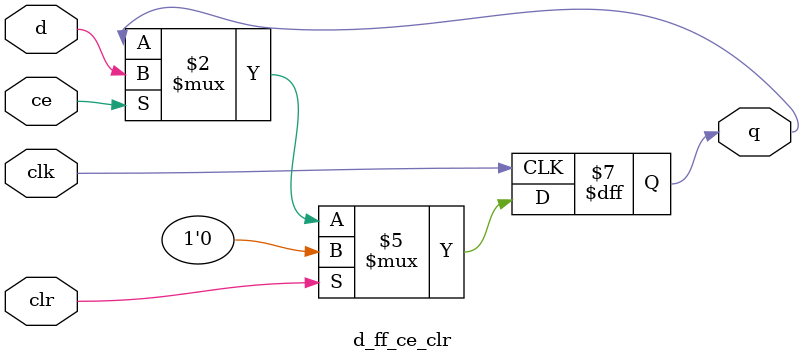
<source format=v>
module d_ff_ce_clr(clk, d, ce, clr, q);
input clk, d, ce, clr;
output q;
reg q;

always @(posedge clk) begin
  if (clr) begin
    q <= 1'b0;
  end else if (ce) begin
    q <= d;
  end
end

endmodule
</source>
